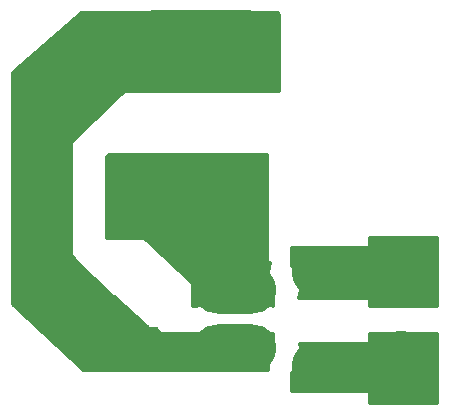
<source format=gtl>
G04 #@! TF.FileFunction,Copper,L1,Top,Signal*
%FSLAX46Y46*%
G04 Gerber Fmt 4.6, Leading zero omitted, Abs format (unit mm)*
G04 Created by KiCad (PCBNEW 4.0.7) date 04/08/19 10:03:47*
%MOMM*%
%LPD*%
G01*
G04 APERTURE LIST*
%ADD10C,0.100000*%
%ADD11O,13.000000X6.000000*%
%ADD12O,7.000000X4.000000*%
%ADD13C,6.000000*%
%ADD14C,0.250000*%
%ADD15C,0.254000*%
G04 APERTURE END LIST*
D10*
D11*
X201904600Y-74091800D03*
X203174600Y-61442600D03*
D12*
X214350600Y-80645000D03*
X214350600Y-88569800D03*
X206019400Y-82169000D03*
X206019400Y-87045800D03*
D13*
X220141800Y-80645000D03*
X220141800Y-88569800D03*
D14*
X201904600Y-74091800D02*
X201904600Y-78054200D01*
X201904600Y-78054200D02*
X206019400Y-82169000D01*
X206019400Y-87045800D02*
X192760600Y-87045800D01*
X193878200Y-61442600D02*
X203174600Y-61442600D01*
X191693800Y-63627000D02*
X193878200Y-61442600D01*
X191693800Y-85979000D02*
X191693800Y-63627000D01*
X192760600Y-87045800D02*
X191693800Y-85979000D01*
X214350600Y-80645000D02*
X220141800Y-80645000D01*
X214350600Y-88569800D02*
X220141800Y-88569800D01*
D15*
G36*
X223191000Y-83541800D02*
X217424000Y-83541800D01*
X217424000Y-82931000D01*
X217413994Y-82881590D01*
X217385553Y-82839965D01*
X217343159Y-82812685D01*
X217297000Y-82804000D01*
X211426412Y-82804000D01*
X211552721Y-82169000D01*
X211253796Y-80666202D01*
X210820000Y-80016981D01*
X210820000Y-78486000D01*
X217297000Y-78486000D01*
X217346410Y-78475994D01*
X217388035Y-78447553D01*
X217415315Y-78405159D01*
X217424000Y-78359000D01*
X217424000Y-77646600D01*
X223191000Y-77646600D01*
X223191000Y-83541800D01*
X223191000Y-83541800D01*
G37*
X223191000Y-83541800D02*
X217424000Y-83541800D01*
X217424000Y-82931000D01*
X217413994Y-82881590D01*
X217385553Y-82839965D01*
X217343159Y-82812685D01*
X217297000Y-82804000D01*
X211426412Y-82804000D01*
X211552721Y-82169000D01*
X211253796Y-80666202D01*
X210820000Y-80016981D01*
X210820000Y-78486000D01*
X217297000Y-78486000D01*
X217346410Y-78475994D01*
X217388035Y-78447553D01*
X217415315Y-78405159D01*
X217424000Y-78359000D01*
X217424000Y-77646600D01*
X223191000Y-77646600D01*
X223191000Y-83541800D01*
G36*
X223191000Y-91694000D02*
X217424000Y-91694000D01*
X217424000Y-90805000D01*
X217413994Y-90755590D01*
X217385553Y-90713965D01*
X217343159Y-90686685D01*
X217297000Y-90678000D01*
X210820000Y-90678000D01*
X210820000Y-89197819D01*
X211253796Y-88548598D01*
X211552721Y-87045800D01*
X211466831Y-86614000D01*
X217297000Y-86614000D01*
X217346410Y-86603994D01*
X217388035Y-86575553D01*
X217415315Y-86533159D01*
X217424000Y-86487000D01*
X217424000Y-85825400D01*
X223191000Y-85825400D01*
X223191000Y-91694000D01*
X223191000Y-91694000D01*
G37*
X223191000Y-91694000D02*
X217424000Y-91694000D01*
X217424000Y-90805000D01*
X217413994Y-90755590D01*
X217385553Y-90713965D01*
X217343159Y-90686685D01*
X217297000Y-90678000D01*
X210820000Y-90678000D01*
X210820000Y-89197819D01*
X211253796Y-88548598D01*
X211552721Y-87045800D01*
X211466831Y-86614000D01*
X217297000Y-86614000D01*
X217346410Y-86603994D01*
X217388035Y-86575553D01*
X217415315Y-86533159D01*
X217424000Y-86487000D01*
X217424000Y-85825400D01*
X223191000Y-85825400D01*
X223191000Y-91694000D01*
G36*
X208788000Y-79629000D02*
X208798006Y-79678410D01*
X208826447Y-79720035D01*
X208868841Y-79747315D01*
X208915000Y-79756000D01*
X208994112Y-79756000D01*
X208817279Y-80645000D01*
X209116204Y-82147798D01*
X209296000Y-82416881D01*
X209296000Y-83529632D01*
X209128519Y-83417725D01*
X207625721Y-83118800D01*
X204413079Y-83118800D01*
X202910281Y-83417725D01*
X202724590Y-83541800D01*
X202438000Y-83541800D01*
X202438000Y-81661000D01*
X202427994Y-81611590D01*
X202397861Y-81568349D01*
X198333861Y-77758349D01*
X198290971Y-77731855D01*
X198247000Y-77724000D01*
X195147000Y-77724000D01*
X195147000Y-70829892D01*
X195364892Y-70612000D01*
X208788000Y-70612000D01*
X208788000Y-79629000D01*
X208788000Y-79629000D01*
G37*
X208788000Y-79629000D02*
X208798006Y-79678410D01*
X208826447Y-79720035D01*
X208868841Y-79747315D01*
X208915000Y-79756000D01*
X208994112Y-79756000D01*
X208817279Y-80645000D01*
X209116204Y-82147798D01*
X209296000Y-82416881D01*
X209296000Y-83529632D01*
X209128519Y-83417725D01*
X207625721Y-83118800D01*
X204413079Y-83118800D01*
X202910281Y-83417725D01*
X202724590Y-83541800D01*
X202438000Y-83541800D01*
X202438000Y-81661000D01*
X202427994Y-81611590D01*
X202397861Y-81568349D01*
X198333861Y-77758349D01*
X198290971Y-77731855D01*
X198247000Y-77724000D01*
X195147000Y-77724000D01*
X195147000Y-70829892D01*
X195364892Y-70612000D01*
X208788000Y-70612000D01*
X208788000Y-79629000D01*
G36*
X209804000Y-58814492D02*
X209804000Y-65278000D01*
X196723000Y-65278000D01*
X196673590Y-65288006D01*
X196633197Y-65315197D01*
X194312899Y-67635495D01*
X194266895Y-67644646D01*
X194036554Y-67798554D01*
X192360154Y-69474954D01*
X192206246Y-69705295D01*
X192152200Y-69977000D01*
X192152200Y-78867000D01*
X192206246Y-79138705D01*
X192360154Y-79369046D01*
X192532000Y-79540892D01*
X192532000Y-79629000D01*
X192542006Y-79678410D01*
X192573183Y-79722619D01*
X194259711Y-81268603D01*
X195509754Y-82518646D01*
X195740095Y-82672554D01*
X195805483Y-82685561D01*
X198669183Y-85310619D01*
X198712367Y-85336630D01*
X198755000Y-85344000D01*
X199360472Y-85344000D01*
X199369046Y-85387105D01*
X199522954Y-85617446D01*
X199753295Y-85771354D01*
X200025000Y-85825400D01*
X203052680Y-85825400D01*
X204413079Y-86096000D01*
X207625721Y-86096000D01*
X208986120Y-85825400D01*
X209296000Y-85825400D01*
X209296000Y-86797919D01*
X209116204Y-87067002D01*
X208817279Y-88569800D01*
X208882960Y-88900000D01*
X193216401Y-88900000D01*
X187198000Y-83383132D01*
X187198000Y-63684628D01*
X193012889Y-58596600D01*
X209586108Y-58596600D01*
X209804000Y-58814492D01*
X209804000Y-58814492D01*
G37*
X209804000Y-58814492D02*
X209804000Y-65278000D01*
X196723000Y-65278000D01*
X196673590Y-65288006D01*
X196633197Y-65315197D01*
X194312899Y-67635495D01*
X194266895Y-67644646D01*
X194036554Y-67798554D01*
X192360154Y-69474954D01*
X192206246Y-69705295D01*
X192152200Y-69977000D01*
X192152200Y-78867000D01*
X192206246Y-79138705D01*
X192360154Y-79369046D01*
X192532000Y-79540892D01*
X192532000Y-79629000D01*
X192542006Y-79678410D01*
X192573183Y-79722619D01*
X194259711Y-81268603D01*
X195509754Y-82518646D01*
X195740095Y-82672554D01*
X195805483Y-82685561D01*
X198669183Y-85310619D01*
X198712367Y-85336630D01*
X198755000Y-85344000D01*
X199360472Y-85344000D01*
X199369046Y-85387105D01*
X199522954Y-85617446D01*
X199753295Y-85771354D01*
X200025000Y-85825400D01*
X203052680Y-85825400D01*
X204413079Y-86096000D01*
X207625721Y-86096000D01*
X208986120Y-85825400D01*
X209296000Y-85825400D01*
X209296000Y-86797919D01*
X209116204Y-87067002D01*
X208817279Y-88569800D01*
X208882960Y-88900000D01*
X193216401Y-88900000D01*
X187198000Y-83383132D01*
X187198000Y-63684628D01*
X193012889Y-58596600D01*
X209586108Y-58596600D01*
X209804000Y-58814492D01*
M02*

</source>
